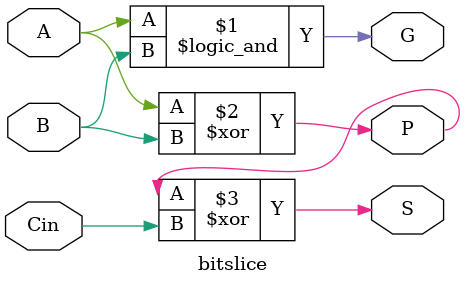
<source format=v>
`timescale 1ns / 1ps

module bitslice(


  input A,
    input B,
    input Cin,
    output G,
    output P,
    output S
);

assign G = A && B;
assign P = A ^ B;
assign S = P ^ Cin;

 endmodule

</source>
